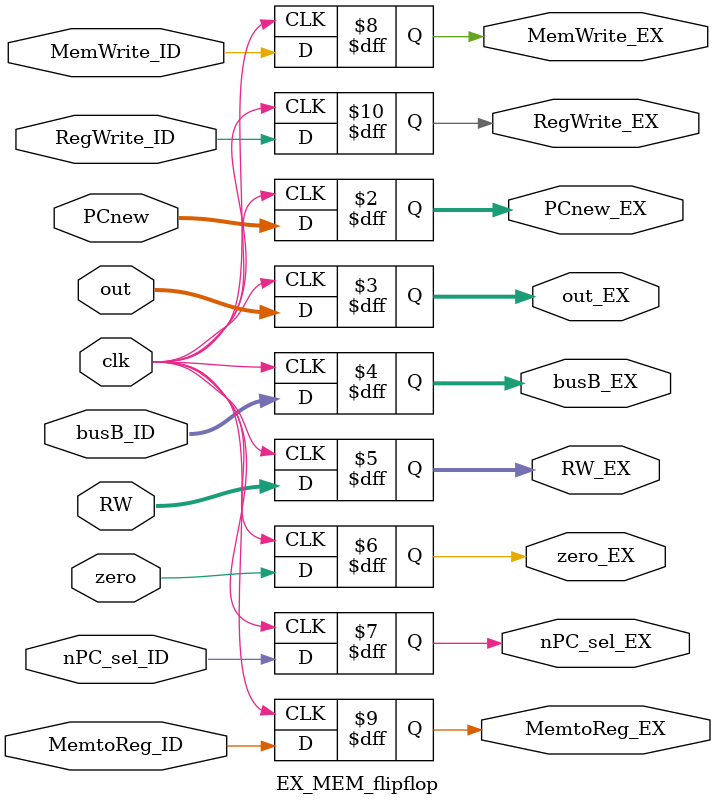
<source format=v>
module EX_MEM_flipflop(input [31:0]PCnew,out,busB_ID,
input [4:0]RW,
input clk,zero,nPC_sel_ID,MemWrite_ID,MemtoReg_ID,RegWrite_ID,
output reg[31:0]PCnew_EX,out_EX,busB_EX,
output reg[4:0]RW_EX,
output reg zero_EX,nPC_sel_EX,MemWrite_EX,MemtoReg_EX,RegWrite_EX);
always@(posedge clk)begin
	PCnew_EX=PCnew;
	out_EX=out;
	busB_EX=busB_ID;
	
	RW_EX=RW;
	
	zero_EX=zero;
	nPC_sel_EX=nPC_sel_ID;
	MemWrite_EX=MemWrite_ID;
	MemtoReg_EX=MemtoReg_ID;
	RegWrite_EX=RegWrite_ID;
end
endmodule
</source>
